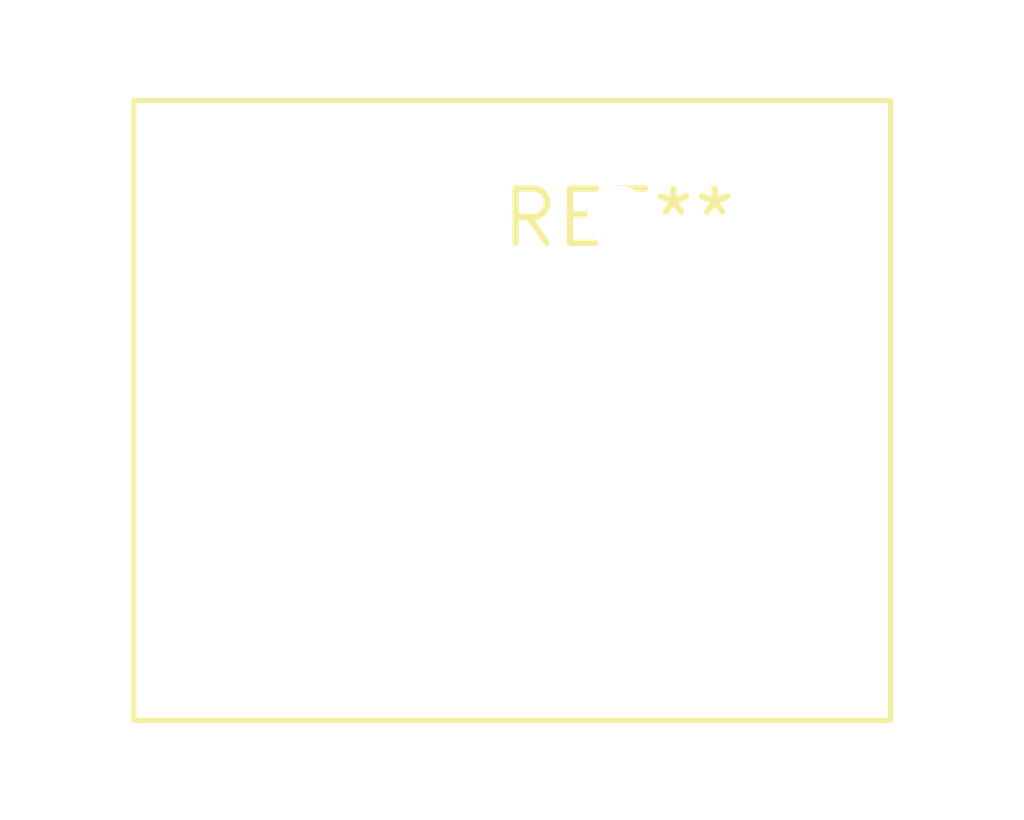
<source format=kicad_pcb>
(kicad_pcb (version 20240108) (generator pcbnew)
  (layers (0 "F.Cu" signal) (31 "B.Cu" signal) (34 "B.Paste" user) (35 "F.Paste" user) (36 "B.SilkS" user "B.Silkscreen") (37 "F.SilkS" user "F.Silkscreen") (38 "B.Mask" user) (39 "F.Mask" user) (44 "Edge.Cuts" user))
  (net 0 "")
  (footprint "SW_Matias_1.25u" (layer "F.Cu") (at 0 0)
    (property "Reference" "REF**")
    (property "Value" "SW_Matias_1.25u")
    (fp_line (start -11.35 -2.75) (end 6.35 -2.75) (layer "F.SilkS") (stroke (width 0.12)))
    (fp_line (start -11.35 11.75) (end -11.35 -2.75) (layer "F.SilkS") (stroke (width 0.12)))
    (fp_line (start 6.35 -2.75) (end 6.35 11.75) (layer "F.SilkS") (stroke (width 0.12)))
    (fp_line (start 6.35 11.75) (end -11.35 11.75) (layer "F.SilkS") (stroke (width 0.12)))
    (pad "1" thru_hole circle (at 0 0) (size 2.2 2.2) (drill 1.5) (layers *.Cu *.Mask) (remove_unused_layers))
    (pad "2" thru_hole circle (at -5 0.5) (size 2.2 2.2) (drill 1.5) (layers *.Cu *.Mask) (remove_unused_layers))
  )
)
</source>
